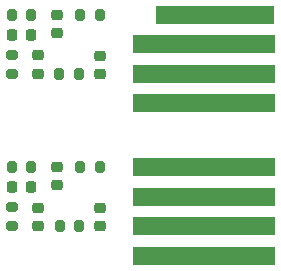
<source format=gts>
G04 #@! TF.GenerationSoftware,KiCad,Pcbnew,(6.0.0)*
G04 #@! TF.CreationDate,2022-02-22T08:31:50+01:00*
G04 #@! TF.ProjectId,FilterDaughterboard,46696c74-6572-4446-9175-676874657262,rev?*
G04 #@! TF.SameCoordinates,Original*
G04 #@! TF.FileFunction,Soldermask,Top*
G04 #@! TF.FilePolarity,Negative*
%FSLAX46Y46*%
G04 Gerber Fmt 4.6, Leading zero omitted, Abs format (unit mm)*
G04 Created by KiCad (PCBNEW (6.0.0)) date 2022-02-22 08:31:50*
%MOMM*%
%LPD*%
G01*
G04 APERTURE LIST*
G04 Aperture macros list*
%AMRoundRect*
0 Rectangle with rounded corners*
0 $1 Rounding radius*
0 $2 $3 $4 $5 $6 $7 $8 $9 X,Y pos of 4 corners*
0 Add a 4 corners polygon primitive as box body*
4,1,4,$2,$3,$4,$5,$6,$7,$8,$9,$2,$3,0*
0 Add four circle primitives for the rounded corners*
1,1,$1+$1,$2,$3*
1,1,$1+$1,$4,$5*
1,1,$1+$1,$6,$7*
1,1,$1+$1,$8,$9*
0 Add four rect primitives between the rounded corners*
20,1,$1+$1,$2,$3,$4,$5,0*
20,1,$1+$1,$4,$5,$6,$7,0*
20,1,$1+$1,$6,$7,$8,$9,0*
20,1,$1+$1,$8,$9,$2,$3,0*%
G04 Aperture macros list end*
%ADD10RoundRect,0.225000X0.250000X-0.225000X0.250000X0.225000X-0.250000X0.225000X-0.250000X-0.225000X0*%
%ADD11RoundRect,0.200000X-0.200000X-0.275000X0.200000X-0.275000X0.200000X0.275000X-0.200000X0.275000X0*%
%ADD12RoundRect,0.200000X0.275000X-0.200000X0.275000X0.200000X-0.275000X0.200000X-0.275000X-0.200000X0*%
%ADD13RoundRect,0.200000X0.200000X0.275000X-0.200000X0.275000X-0.200000X-0.275000X0.200000X-0.275000X0*%
%ADD14RoundRect,0.200000X-0.275000X0.200000X-0.275000X-0.200000X0.275000X-0.200000X0.275000X0.200000X0*%
%ADD15R,10.000000X1.500000*%
%ADD16R,11.999999X1.500000*%
%ADD17RoundRect,0.225000X-0.225000X-0.250000X0.225000X-0.250000X0.225000X0.250000X-0.225000X0.250000X0*%
%ADD18RoundRect,0.225000X-0.250000X0.225000X-0.250000X-0.225000X0.250000X-0.225000X0.250000X0.225000X0*%
G04 APERTURE END LIST*
D10*
X89570000Y-132785000D03*
X89570000Y-131235000D03*
X94840000Y-145665000D03*
X94840000Y-144115000D03*
D11*
X87385000Y-127800000D03*
X89035000Y-127800000D03*
D12*
X87420000Y-132835000D03*
X87420000Y-131185000D03*
D13*
X93055000Y-132790000D03*
X91405000Y-132790000D03*
D11*
X91435000Y-145690000D03*
X93085000Y-145690000D03*
D14*
X87430000Y-144045000D03*
X87430000Y-145695000D03*
D13*
X89035000Y-140670000D03*
X87385000Y-140670000D03*
D15*
X104612200Y-127787400D03*
D16*
X103612200Y-130287400D03*
X103612200Y-132787400D03*
X103612200Y-135287400D03*
X103612200Y-140687400D03*
X103612200Y-143187400D03*
X103612200Y-145687400D03*
X103612200Y-148187400D03*
D10*
X89590000Y-145665000D03*
X89590000Y-144115000D03*
D17*
X87415000Y-129540000D03*
X88965000Y-129540000D03*
D13*
X94815000Y-140670000D03*
X93165000Y-140670000D03*
D18*
X91180000Y-127805000D03*
X91180000Y-129355000D03*
D11*
X93175000Y-127800000D03*
X94825000Y-127800000D03*
D10*
X94810000Y-132805000D03*
X94810000Y-131255000D03*
D18*
X91170000Y-140655000D03*
X91170000Y-142205000D03*
D17*
X87425000Y-142390000D03*
X88975000Y-142390000D03*
M02*

</source>
